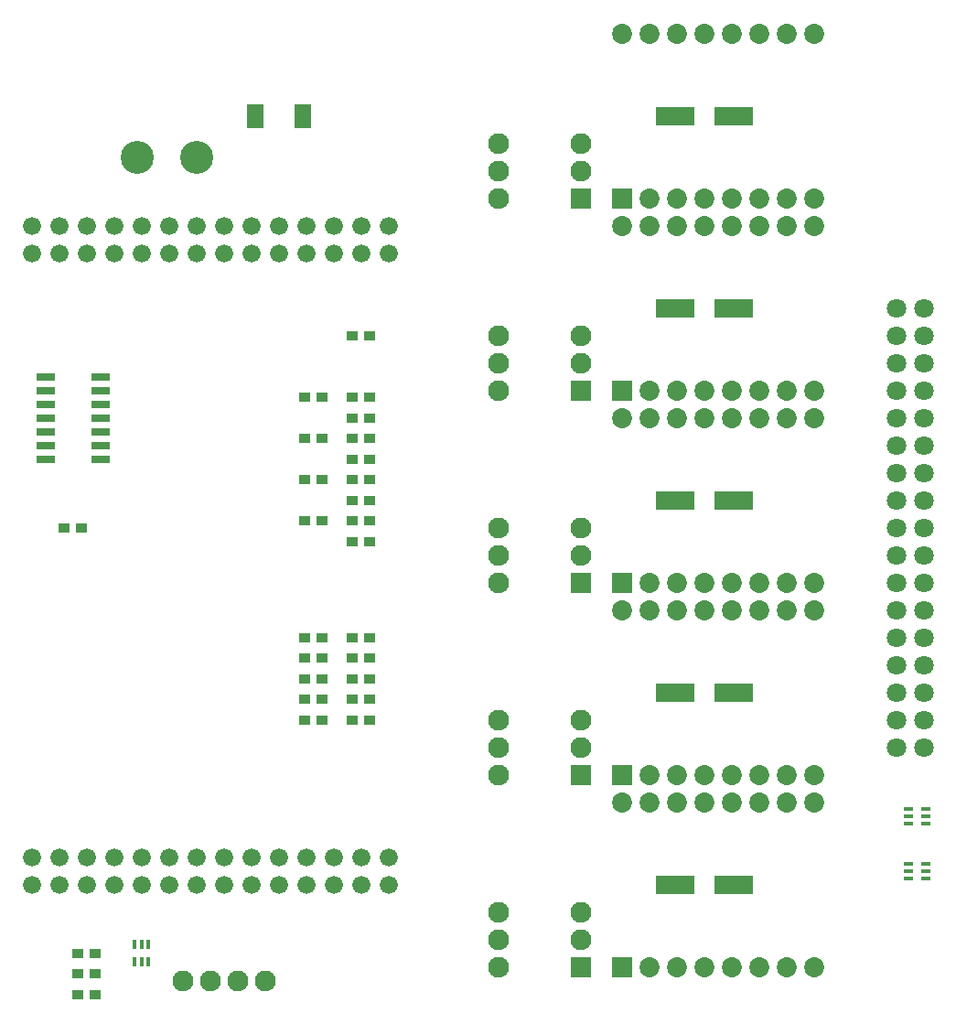
<source format=gts>
*
*
G04 PADS 9.5 Build Number: 522968 generated Gerber (RS-274-X) file*
G04 PC Version=2.1*
*
%IN "Arm Board r1.pcb"*%
*
%MOIN*%
*
%FSLAX35Y35*%
*
*
*
*
G04 PC Standard Apertures*
*
*
G04 Thermal Relief Aperture macro.*
%AMTER*
1,1,$1,0,0*
1,0,$1-$2,0,0*
21,0,$3,$4,0,0,45*
21,0,$3,$4,0,0,135*
%
*
*
G04 Annular Aperture macro.*
%AMANN*
1,1,$1,0,0*
1,0,$2,0,0*
%
*
*
G04 Odd Aperture macro.*
%AMODD*
1,1,$1,0,0*
1,0,$1-0.005,0,0*
%
*
*
G04 PC Custom Aperture Macros*
*
*
*
*
*
*
G04 PC Aperture Table*
*
%ADD010C,0.001*%
%ADD043C,0.071*%
%ADD044R,0.044X0.036*%
%ADD045C,0.066*%
%ADD046C,0.12017*%
%ADD047R,0.06112X0.08868*%
%ADD048R,0.1438X0.06899*%
%ADD049R,0.03356X0.01781*%
%ADD050R,0.066X0.029*%
%ADD051C,0.076*%
%ADD052R,0.01781X0.03356*%
%ADD053R,0.076X0.076*%
%ADD054R,0.073X0.073*%
%ADD055C,0.073*%
*
*
*
*
G04 PC Circuitry*
G04 Layer Name Arm Board r1.pcb - circuitry*
%LPD*%
*
*
G04 PC Custom Flashes*
G04 Layer Name Arm Board r1.pcb - flashes*
%LPD*%
*
*
G04 PC Circuitry*
G04 Layer Name Arm Board r1.pcb - circuitry*
%LPD*%
*
G54D10*
G54D43*
G01X450000Y375000D03*
X460000D03*
X450000Y365000D03*
X460000D03*
X450000Y355000D03*
X460000D03*
X450000Y345000D03*
X460000D03*
X450000Y335000D03*
X460000D03*
X450000Y325000D03*
X460000D03*
X450000Y315000D03*
X460000D03*
X450000Y305000D03*
X460000D03*
X450000Y295000D03*
X460000D03*
X450000Y285000D03*
X460000D03*
X450000Y275000D03*
X460000D03*
X450000Y265000D03*
X460000D03*
X450000Y255000D03*
X460000D03*
X450000Y245000D03*
X460000D03*
X450000Y235000D03*
X460000D03*
X450000Y225000D03*
X460000D03*
X450000Y215000D03*
X460000D03*
G54D44*
X251900Y365000D03*
X258100D03*
X240600Y232500D03*
X234400D03*
X240600Y225000D03*
X234400D03*
X251900Y255000D03*
X258100D03*
X251900Y247500D03*
X258100D03*
X251900Y240000D03*
X258100D03*
X251900Y232500D03*
X258100D03*
X251900Y225000D03*
X258100D03*
X240600Y255000D03*
X234400D03*
X240600Y247500D03*
X234400D03*
X240600Y240000D03*
X234400D03*
X251900Y290000D03*
X258100D03*
X251900Y305000D03*
X258100D03*
X251900Y320000D03*
X258100D03*
X251900Y335000D03*
X258100D03*
X251900Y297500D03*
X258100D03*
X251900Y312500D03*
X258100D03*
X251900Y327500D03*
X258100D03*
X251900Y342500D03*
X258100D03*
X240600Y297500D03*
X234400D03*
X240600Y312500D03*
X234400D03*
X240600Y327500D03*
X234400D03*
X240600Y342500D03*
X234400D03*
X151900Y140000D03*
X158100D03*
X151900Y132500D03*
X158100D03*
X151900Y125000D03*
X158100D03*
X146900Y295000D03*
X153100D03*
G54D45*
X135000Y395000D03*
Y405000D03*
X145000Y395000D03*
Y405000D03*
X155000Y395000D03*
Y405000D03*
X165000Y395000D03*
Y405000D03*
X175000Y395000D03*
Y405000D03*
X185000Y395000D03*
Y405000D03*
X195000Y395000D03*
Y405000D03*
X205000Y395000D03*
Y405000D03*
X215000Y395000D03*
Y405000D03*
X225000Y395000D03*
Y405000D03*
X235000Y395000D03*
Y405000D03*
X245000Y395000D03*
Y405000D03*
X255000Y395000D03*
Y405000D03*
X265000Y395000D03*
Y405000D03*
X135000Y165000D03*
Y175000D03*
X145000Y165000D03*
Y175000D03*
X155000Y165000D03*
Y175000D03*
X165000Y165000D03*
Y175000D03*
X175000Y165000D03*
Y175000D03*
X185000Y165000D03*
Y175000D03*
X195000Y165000D03*
Y175000D03*
X205000Y165000D03*
Y175000D03*
X215000Y165000D03*
Y175000D03*
X225000Y165000D03*
Y175000D03*
X235000Y165000D03*
Y175000D03*
X245000Y165000D03*
Y175000D03*
X255000Y165000D03*
Y175000D03*
X265000Y165000D03*
Y175000D03*
G54D46*
X195000Y430000D03*
X173346D03*
G54D47*
X216339Y445000D03*
X233661D03*
G54D48*
X369370D03*
X390630D03*
X369370Y375000D03*
X390630D03*
X369370Y305000D03*
X390630D03*
X369370Y235000D03*
X390630D03*
X369370Y165000D03*
X390630D03*
G54D49*
X460650Y167441D03*
Y170000D03*
Y172559D03*
X454350Y167441D03*
Y170000D03*
Y172559D03*
Y192559D03*
Y190000D03*
Y187441D03*
X460650Y192559D03*
Y190000D03*
Y187441D03*
G54D50*
X140000Y350000D03*
Y345000D03*
Y340000D03*
Y335000D03*
Y330000D03*
Y325000D03*
Y320000D03*
X160000D03*
Y325000D03*
Y330000D03*
Y335000D03*
Y340000D03*
Y345000D03*
Y350000D03*
G54D51*
X220000Y130000D03*
X210000D03*
X200000D03*
X190000D03*
X335000Y425000D03*
Y435000D03*
X305000D03*
Y425000D03*
Y415000D03*
X335000Y355000D03*
Y365000D03*
X305000D03*
Y355000D03*
Y345000D03*
X335000Y285000D03*
Y295000D03*
X305000D03*
Y285000D03*
Y275000D03*
X335000Y215000D03*
Y225000D03*
X305000D03*
Y215000D03*
Y205000D03*
X335000Y145000D03*
Y155000D03*
X305000D03*
Y145000D03*
Y135000D03*
G54D52*
X177559Y143150D03*
X175000D03*
X172441D03*
X177559Y136850D03*
X175000D03*
X172441D03*
G54D53*
X335000Y415000D03*
Y345000D03*
Y275000D03*
Y205000D03*
Y135000D03*
G54D54*
X350000Y415000D03*
Y345000D03*
Y275000D03*
Y205000D03*
Y135000D03*
G54D55*
X360000Y415000D03*
X370000D03*
X380000D03*
X390000D03*
X400000D03*
X410000D03*
X420000D03*
Y475000D03*
X410000D03*
X400000D03*
X390000D03*
X380000D03*
X370000D03*
X360000D03*
X350000D03*
X360000Y345000D03*
X370000D03*
X380000D03*
X390000D03*
X400000D03*
X410000D03*
X420000D03*
Y405000D03*
X410000D03*
X400000D03*
X390000D03*
X380000D03*
X370000D03*
X360000D03*
X350000D03*
X360000Y275000D03*
X370000D03*
X380000D03*
X390000D03*
X400000D03*
X410000D03*
X420000D03*
Y335000D03*
X410000D03*
X400000D03*
X390000D03*
X380000D03*
X370000D03*
X360000D03*
X350000D03*
X360000Y205000D03*
X370000D03*
X380000D03*
X390000D03*
X400000D03*
X410000D03*
X420000D03*
Y265000D03*
X410000D03*
X400000D03*
X390000D03*
X380000D03*
X370000D03*
X360000D03*
X350000D03*
X360000Y135000D03*
X370000D03*
X380000D03*
X390000D03*
X400000D03*
X410000D03*
X420000D03*
Y195000D03*
X410000D03*
X400000D03*
X390000D03*
X380000D03*
X370000D03*
X360000D03*
X350000D03*
X0Y0D02*
M02*

</source>
